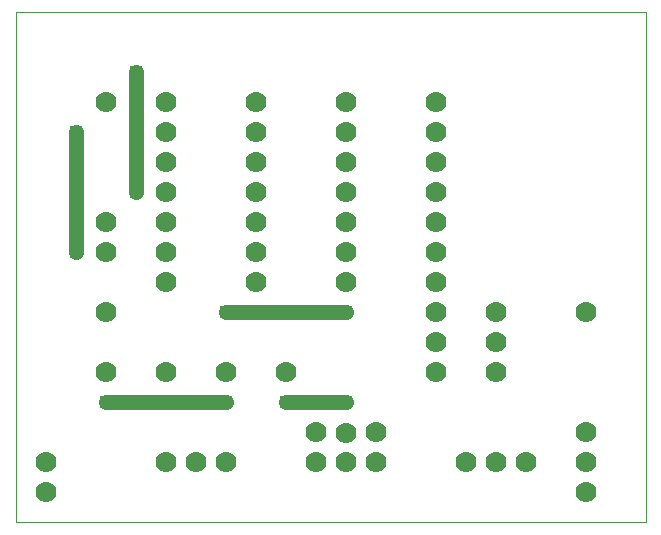
<source format=gtl>
G75*
%MOIN*%
%OFA0B0*%
%FSLAX25Y25*%
%IPPOS*%
%LPD*%
%AMOC8*
5,1,8,0,0,1.08239X$1,22.5*
%
%ADD10C,0.00000*%
%ADD11C,0.07000*%
%ADD12C,0.05000*%
%ADD13R,0.03962X0.03962*%
D10*
X0023919Y0020337D02*
X0023919Y0190337D01*
X0233919Y0190337D01*
X0233919Y0020337D01*
X0023919Y0020337D01*
D11*
X0033919Y0030337D03*
X0033919Y0040337D03*
X0053919Y0070337D03*
X0073919Y0070337D03*
X0093919Y0070337D03*
X0113919Y0070337D03*
X0123919Y0050337D03*
X0133919Y0050022D03*
X0143919Y0050337D03*
X0143919Y0040337D03*
X0133919Y0040337D03*
X0123919Y0040337D03*
X0093919Y0040337D03*
X0083919Y0040337D03*
X0073919Y0040337D03*
X0053919Y0090337D03*
X0073919Y0100337D03*
X0073919Y0110337D03*
X0073919Y0120337D03*
X0073919Y0130337D03*
X0073919Y0140337D03*
X0073919Y0150337D03*
X0073919Y0160337D03*
X0053919Y0160337D03*
X0103919Y0160337D03*
X0103919Y0150337D03*
X0103919Y0140337D03*
X0103919Y0130337D03*
X0103919Y0120337D03*
X0103919Y0110337D03*
X0103919Y0100337D03*
X0133919Y0100337D03*
X0133919Y0110337D03*
X0133919Y0120337D03*
X0133919Y0130337D03*
X0133919Y0140337D03*
X0133919Y0150337D03*
X0133919Y0160337D03*
X0163919Y0160337D03*
X0163919Y0150337D03*
X0163919Y0140337D03*
X0163919Y0130337D03*
X0163919Y0120337D03*
X0163919Y0110337D03*
X0163919Y0100337D03*
X0163919Y0090337D03*
X0163919Y0080337D03*
X0163919Y0070337D03*
X0183919Y0070337D03*
X0183919Y0080337D03*
X0183919Y0090337D03*
X0213919Y0090337D03*
X0213919Y0050337D03*
X0213919Y0040337D03*
X0213919Y0030337D03*
X0193919Y0040337D03*
X0183919Y0040337D03*
X0173919Y0040337D03*
X0053919Y0110337D03*
X0053919Y0120337D03*
D12*
X0043919Y0110337D02*
X0043919Y0150337D01*
X0063919Y0130337D02*
X0063919Y0170337D01*
X0093919Y0090337D02*
X0133919Y0090337D01*
X0133919Y0060337D02*
X0113919Y0060337D01*
X0093919Y0060337D02*
X0053919Y0060337D01*
D13*
X0053919Y0060337D03*
X0093919Y0060337D03*
X0113919Y0060337D03*
X0133919Y0060337D03*
X0133919Y0090337D03*
X0093919Y0090337D03*
X0043919Y0110337D03*
X0063919Y0130337D03*
X0043919Y0150337D03*
X0063919Y0170337D03*
M02*

</source>
